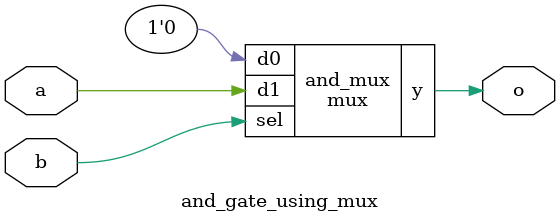
<source format=sv>

module mux
(
  input  d0, d1,
  input  sel,
  output y
);

  assign y = sel ? d1 : d0;

endmodule

//----------------------------------------------------------------------------
// Task
//----------------------------------------------------------------------------

module and_gate_using_mux
(
    input  a,
    input  b,
    output o
);

  mux and_mux (
  .d0(1'b0),  
  .d1(a),     
  .sel(b),   
  .y(o)       
);
  // Task:
  // Implement and gate using instance(s) of mux,
  // constants 0 and 1, and wire connections


endmodule

</source>
